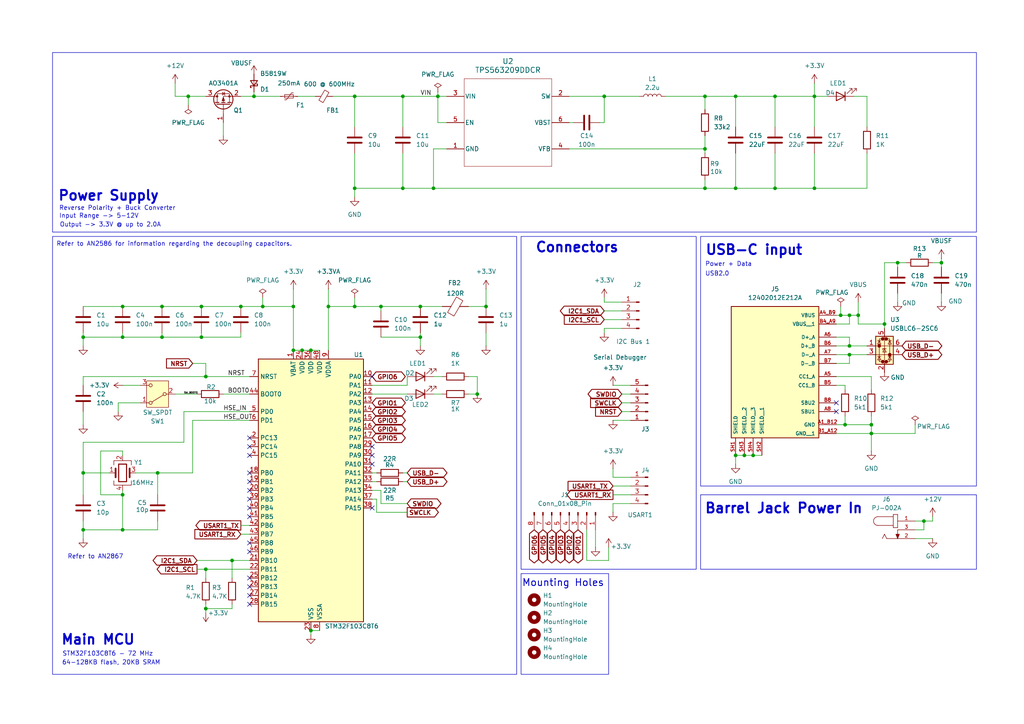
<source format=kicad_sch>
(kicad_sch (version 20250114) (generator "eeschema") (generator_version "9.0")
  (paper "A4")
  (title_block (title "STM32 Dev Board Design") (rev "01") (comment 1 "This is an attempt at a STM32 bluepill-like design to improve my skills in PCB design"))
  (rectangle (start 15.24 68.58) (end 149.86 195.58))
  (rectangle (start 15.24 15.24) (end 283.21 67.31))
  (rectangle (start 151.13 166.37) (end 176.53 195.58))
  (rectangle (start 151.13 68.58) (end 201.93 165.1))
  (rectangle (start 203.2 143.51) (end 283.21 165.1))
  (rectangle (start 203.2 68.58) (end 283.21 140.97))
  (text "64-128KB flash, 20KB SRAM\n" (at 32.258 192.278 0) (effects (font (size 1.27 1.27))))
  (text "STM32F103C8T6 - 72 MHz" (at 31.242 189.738 0) (effects (font (size 1.27 1.27))))
  (text "Output -> 3.3V @ up to 2.0A" (at 32.004 65.278 0) (effects (font (size 1.27 1.27))))
  (text "Connectors" (at 167.386 71.882 0) (effects (font (size 2.8448 2.8448) (thickness 0.569) (bold yes))))
  (text "Barrel Jack Power In\n" (at 227.33 147.574 0) (effects (font (size 2.8448 2.8448) (thickness 0.569) (bold yes))))
  (text "Input Range -> 5-12V" (at 28.702 62.738 0) (effects (font (size 1.27 1.27))))
  (text "Mounting Holes\n" (at 163.322 169.164 0) (effects (font (size 2.032 2.032) (thickness 0.254) (bold yes))))
  (text "Refer to AN2586 for information regarding the decoupling capacitors." (at 50.546 70.866 0) (effects (font (size 1.27 1.27))))
  (text "Power Supply" (at 31.496 56.896 0) (effects (font (size 2.8448 2.8448) (thickness 0.569) (bold yes))))
  (text "USB2.0" (at 208.026 79.502 0) (effects (font (size 1.27 1.27))))
  (text "Main MCU" (at 28.448 185.674 0) (effects (font (size 2.8448 2.8448) (thickness 0.569) (bold yes))))
  (text "USB-C input\n\n" (at 218.694 74.93 0) (effects (font (size 2.8448 2.8448) (thickness 0.569) (bold yes))))
  (text "Refer to AN2867" (at 27.686 161.544 0) (effects (font (size 1.27 1.27))))
  (text "Reverse Polarity + Buck Converter" (at 34.036 60.452 0) (effects (font (size 1.27 1.27))))
  (text "Power + Data" (at 211.328 76.708 0) (effects (font (size 1.27 1.27))))
  (junction (at 85.09 88.9))
  (junction (at 248.92 91.44))
  (junction (at 267.97 151.13))
  (junction (at 215.9 132.08))
  (junction (at 58.42 88.9))
  (junction (at 116.84 27.94))
  (junction (at 59.69 176.53))
  (junction (at 59.69 165.1))
  (junction (at 213.36 54.61))
  (junction (at 67.31 162.56))
  (junction (at 35.56 143.51))
  (junction (at 246.38 91.44))
  (junction (at 204.47 54.61))
  (junction (at 35.56 153.67))
  (junction (at 213.36 132.08))
  (junction (at 69.85 88.9))
  (junction (at 273.05 76.2))
  (junction (at 73.66 27.94))
  (junction (at 24.13 153.67))
  (junction (at 58.42 97.79))
  (junction (at 243.84 91.44))
  (junction (at 76.2 88.9))
  (junction (at 59.69 109.22))
  (junction (at 121.92 97.79))
  (junction (at 213.36 27.94))
  (junction (at 218.44 132.08))
  (junction (at 102.87 88.9))
  (junction (at 102.87 54.61))
  (junction (at 35.56 88.9))
  (junction (at 102.87 27.94))
  (junction (at 125.73 54.61))
  (junction (at 121.92 88.9))
  (junction (at 24.13 137.16))
  (junction (at 204.47 43.18))
  (junction (at 90.17 182.88))
  (junction (at 252.73 125.73))
  (junction (at 260.35 76.2))
  (junction (at 127 27.94))
  (junction (at 90.17 101.6))
  (junction (at 138.43 114.3))
  (junction (at 110.49 88.9))
  (junction (at 246.38 102.87))
  (junction (at 46.99 97.79))
  (junction (at 45.72 137.16))
  (junction (at 85.09 101.6))
  (junction (at 116.84 54.61))
  (junction (at 246.38 100.33))
  (junction (at 54.61 27.94))
  (junction (at 236.22 54.61))
  (junction (at 140.97 88.9))
  (junction (at 224.79 54.61))
  (junction (at 87.63 101.6))
  (junction (at 236.22 27.94))
  (junction (at 175.26 27.94))
  (junction (at 35.56 97.79))
  (junction (at 95.25 88.9))
  (junction (at 252.73 123.19))
  (junction (at 256.54 93.98))
  (junction (at 46.99 88.9))
  (junction (at 224.79 27.94))
  (junction (at 245.11 123.19))
  (junction (at 204.47 27.94))
  (junction (at 24.13 97.79))
  (no_connect (at 72.39 147.32))
  (no_connect (at 107.95 134.62))
  (no_connect (at 242.57 119.38))
  (no_connect (at 107.95 132.08))
  (no_connect (at 72.39 170.18))
  (no_connect (at 72.39 139.7))
  (no_connect (at 72.39 127))
  (no_connect (at 107.95 109.22))
  (no_connect (at 107.95 129.54))
  (no_connect (at 72.39 137.16))
  (no_connect (at 72.39 132.08))
  (no_connect (at 72.39 157.48))
  (no_connect (at 72.39 175.26))
  (no_connect (at 242.57 116.84))
  (no_connect (at 72.39 172.72))
  (no_connect (at 72.39 144.78))
  (no_connect (at 72.39 142.24))
  (no_connect (at 72.39 129.54))
  (no_connect (at 107.95 147.32))
  (no_connect (at 72.39 160.02))
  (no_connect (at 72.39 149.86))
  (no_connect (at 72.39 167.64))
  (wire (pts (xy 102.87 27.94) (xy 116.84 27.94)))
  (wire (pts (xy 180.34 114.3) (xy 182.88 114.3)))
  (wire (pts (xy 46.99 96.52) (xy 46.99 97.79)))
  (wire (pts (xy 215.9 132.08) (xy 218.44 132.08)))
  (wire (pts (xy 135.89 109.22) (xy 138.43 109.22)))
  (wire (pts (xy 125.73 43.18) (xy 129.54 43.18)))
  (wire (pts (xy 242.57 125.73) (xy 252.73 125.73)))
  (wire (pts (xy 58.42 96.52) (xy 58.42 97.79)))
  (wire (pts (xy 73.66 27.94) (xy 81.28 27.94)))
  (wire (pts (xy 242.57 111.76) (xy 245.11 111.76)))
  (wire (pts (xy 86.36 27.94) (xy 91.44 27.94)))
  (wire (pts (xy 35.56 111.76) (xy 40.64 111.76)))
  (wire (pts (xy 127 27.94) (xy 127 35.56)))
  (wire (pts (xy 35.56 153.67) (xy 45.72 153.67)))
  (wire (pts (xy 102.87 57.15) (xy 102.87 54.61)))
  (wire (pts (xy 67.31 162.56) (xy 72.39 162.56)))
  (wire (pts (xy 95.25 83.82) (xy 95.25 88.9)))
  (wire (pts (xy 87.63 101.6) (xy 90.17 101.6)))
  (wire (pts (xy 109.22 137.16) (xy 107.95 137.16)))
  (wire (pts (xy 245.11 120.65) (xy 245.11 123.19)))
  (wire (pts (xy 177.8 140.97) (xy 182.88 140.97)))
  (wire (pts (xy 248.92 93.98) (xy 256.54 93.98)))
  (wire (pts (xy 224.79 27.94) (xy 236.22 27.94)))
  (wire (pts (xy 24.13 109.22) (xy 24.13 111.76)))
  (wire (pts (xy 96.52 27.94) (xy 102.87 27.94)))
  (wire (pts (xy 236.22 27.94) (xy 240.03 27.94)))
  (wire (pts (xy 110.49 146.05) (xy 118.11 146.05)))
  (wire (pts (xy 246.38 102.87) (xy 251.46 102.87)))
  (wire (pts (xy 69.85 152.4) (xy 72.39 152.4)))
  (wire (pts (xy 256.54 93.98) (xy 256.54 95.25)))
  (wire (pts (xy 64.77 35.56) (xy 64.77 39.37)))
  (wire (pts (xy 265.43 151.13) (xy 267.97 151.13)))
  (wire (pts (xy 24.13 119.38) (xy 24.13 123.19)))
  (wire (pts (xy 69.85 27.94) (xy 73.66 27.94)))
  (wire (pts (xy 59.69 109.22) (xy 72.39 109.22)))
  (wire (pts (xy 180.34 87.63) (xy 175.26 87.63)))
  (wire (pts (xy 54.61 27.94) (xy 59.69 27.94)))
  (wire (pts (xy 50.8 24.13) (xy 50.8 27.94)))
  (wire (pts (xy 273.05 76.2) (xy 273.05 77.47)))
  (wire (pts (xy 129.54 35.56) (xy 127 35.56)))
  (wire (pts (xy 55.88 137.16) (xy 55.88 121.92)))
  (wire (pts (xy 204.47 52.07) (xy 204.47 54.61)))
  (wire (pts (xy 24.13 109.22) (xy 59.69 109.22)))
  (wire (pts (xy 57.15 162.56) (xy 67.31 162.56)))
  (wire (pts (xy 273.05 85.09) (xy 273.05 87.63)))
  (wire (pts (xy 243.84 88.9) (xy 243.84 91.44)))
  (wire (pts (xy 35.56 88.9) (xy 46.99 88.9)))
  (wire (pts (xy 236.22 44.45) (xy 236.22 54.61)))
  (wire (pts (xy 193.04 27.94) (xy 204.47 27.94)))
  (wire (pts (xy 58.42 88.9) (xy 69.85 88.9)))
  (wire (pts (xy 165.1 27.94) (xy 175.26 27.94)))
  (wire (pts (xy 135.89 114.3) (xy 138.43 114.3)))
  (wire (pts (xy 242.57 102.87) (xy 246.38 102.87)))
  (wire (pts (xy 204.47 54.61) (xy 213.36 54.61)))
  (wire (pts (xy 69.85 154.94) (xy 72.39 154.94)))
  (wire (pts (xy 140.97 83.82) (xy 140.97 88.9)))
  (wire (pts (xy 246.38 105.41) (xy 246.38 102.87)))
  (wire (pts (xy 59.69 175.26) (xy 59.69 176.53)))
  (wire (pts (xy 121.92 97.79) (xy 110.49 97.79)))
  (wire (pts (xy 121.92 88.9) (xy 128.27 88.9)))
  (wire (pts (xy 248.92 87.63) (xy 248.92 91.44)))
  (wire (pts (xy 34.29 116.84) (xy 40.64 116.84)))
  (wire (pts (xy 46.99 97.79) (xy 58.42 97.79)))
  (wire (pts (xy 245.11 123.19) (xy 252.73 123.19)))
  (wire (pts (xy 172.72 158.75) (xy 172.72 153.67)))
  (wire (pts (xy 102.87 54.61) (xy 116.84 54.61)))
  (wire (pts (xy 125.73 54.61) (xy 204.47 54.61)))
  (wire (pts (xy 213.36 27.94) (xy 213.36 36.83)))
  (wire (pts (xy 90.17 101.6) (xy 92.71 101.6)))
  (wire (pts (xy 125.73 54.61) (xy 125.73 43.18)))
  (wire (pts (xy 76.2 86.36) (xy 76.2 88.9)))
  (wire (pts (xy 24.13 100.33) (xy 24.13 97.79)))
  (wire (pts (xy 265.43 123.19) (xy 265.43 125.73)))
  (wire (pts (xy 121.92 96.52) (xy 121.92 97.79)))
  (wire (pts (xy 242.57 97.79) (xy 246.38 97.79)))
  (wire (pts (xy 67.31 162.56) (xy 67.31 167.64)))
  (wire (pts (xy 267.97 153.67) (xy 267.97 151.13)))
  (wire (pts (xy 177.8 146.05) (xy 177.8 148.59)))
  (wire (pts (xy 218.44 132.08) (xy 220.98 132.08)))
  (wire (pts (xy 54.61 30.48) (xy 54.61 27.94)))
  (wire (pts (xy 118.11 137.16) (xy 116.84 137.16)))
  (wire (pts (xy 213.36 132.08) (xy 215.9 132.08)))
  (wire (pts (xy 24.13 137.16) (xy 24.13 128.27)))
  (wire (pts (xy 35.56 130.81) (xy 29.21 130.81)))
  (wire (pts (xy 121.92 97.79) (xy 121.92 100.33)))
  (wire (pts (xy 165.1 35.56) (xy 166.37 35.56)))
  (wire (pts (xy 116.84 36.83) (xy 116.84 27.94)))
  (wire (pts (xy 177.8 111.76) (xy 182.88 111.76)))
  (wire (pts (xy 180.34 95.25) (xy 175.26 95.25)))
  (wire (pts (xy 204.47 44.45) (xy 204.47 43.18)))
  (wire (pts (xy 175.26 92.71) (xy 180.34 92.71)))
  (wire (pts (xy 242.57 91.44) (xy 243.84 91.44)))
  (wire (pts (xy 252.73 109.22) (xy 252.73 113.03)))
  (wire (pts (xy 35.56 142.24) (xy 35.56 143.51)))
  (wire (pts (xy 35.56 97.79) (xy 46.99 97.79)))
  (wire (pts (xy 35.56 132.08) (xy 35.56 130.81)))
  (wire (pts (xy 73.66 26.67) (xy 73.66 27.94)))
  (wire (pts (xy 76.2 88.9) (xy 85.09 88.9)))
  (wire (pts (xy 110.49 142.24) (xy 107.95 142.24)))
  (wire (pts (xy 109.22 148.59) (xy 118.11 148.59)))
  (wire (pts (xy 224.79 44.45) (xy 224.79 54.61)))
  (wire (pts (xy 251.46 44.45) (xy 251.46 54.61)))
  (wire (pts (xy 110.49 88.9) (xy 121.92 88.9)))
  (wire (pts (xy 243.84 91.44) (xy 246.38 91.44)))
  (wire (pts (xy 90.17 182.88) (xy 90.17 184.15)))
  (wire (pts (xy 39.37 137.16) (xy 45.72 137.16)))
  (wire (pts (xy 53.34 119.38) (xy 72.39 119.38)))
  (wire (pts (xy 50.8 27.94) (xy 54.61 27.94)))
  (wire (pts (xy 46.99 88.9) (xy 58.42 88.9)))
  (wire (pts (xy 173.99 35.56) (xy 175.26 35.56)))
  (wire (pts (xy 265.43 125.73) (xy 252.73 125.73)))
  (wire (pts (xy 102.87 86.36) (xy 102.87 88.9)))
  (wire (pts (xy 204.47 39.37) (xy 204.47 43.18)))
  (wire (pts (xy 50.8 114.3) (xy 57.15 114.3)))
  (wire (pts (xy 118.11 139.7) (xy 116.84 139.7)))
  (wire (pts (xy 236.22 36.83) (xy 236.22 27.94)))
  (wire (pts (xy 165.1 43.18) (xy 204.47 43.18)))
  (wire (pts (xy 242.57 93.98) (xy 246.38 93.98)))
  (wire (pts (xy 246.38 97.79) (xy 246.38 100.33)))
  (wire (pts (xy 177.8 138.43) (xy 177.8 135.89)))
  (wire (pts (xy 242.57 100.33) (xy 246.38 100.33)))
  (wire (pts (xy 265.43 156.21) (xy 270.51 156.21)))
  (wire (pts (xy 256.54 76.2) (xy 260.35 76.2)))
  (wire (pts (xy 85.09 83.82) (xy 85.09 88.9)))
  (wire (pts (xy 67.31 176.53) (xy 59.69 176.53)))
  (wire (pts (xy 29.21 130.81) (xy 29.21 143.51)))
  (wire (pts (xy 182.88 138.43) (xy 177.8 138.43)))
  (wire (pts (xy 140.97 96.52) (xy 140.97 100.33)))
  (wire (pts (xy 118.11 111.76) (xy 118.11 109.22)))
  (wire (pts (xy 242.57 105.41) (xy 246.38 105.41)))
  (wire (pts (xy 35.56 143.51) (xy 35.56 153.67)))
  (wire (pts (xy 57.15 165.1) (xy 59.69 165.1)))
  (wire (pts (xy 273.05 74.93) (xy 273.05 76.2)))
  (wire (pts (xy 95.25 88.9) (xy 102.87 88.9)))
  (wire (pts (xy 24.13 96.52) (xy 24.13 97.79)))
  (wire (pts (xy 236.22 24.13) (xy 236.22 27.94)))
  (wire (pts (xy 58.42 97.79) (xy 69.85 97.79)))
  (wire (pts (xy 252.73 123.19) (xy 252.73 125.73)))
  (wire (pts (xy 59.69 176.53) (xy 59.69 177.8)))
  (wire (pts (xy 102.87 88.9) (xy 110.49 88.9)))
  (wire (pts (xy 180.34 116.84) (xy 182.88 116.84)))
  (wire (pts (xy 67.31 175.26) (xy 67.31 176.53)))
  (wire (pts (xy 267.97 151.13) (xy 270.51 151.13)))
  (wire (pts (xy 175.26 87.63) (xy 175.26 86.36)))
  (wire (pts (xy 252.73 120.65) (xy 252.73 123.19)))
  (wire (pts (xy 182.88 146.05) (xy 177.8 146.05)))
  (wire (pts (xy 177.8 143.51) (xy 182.88 143.51)))
  (wire (pts (xy 177.8 121.92) (xy 182.88 121.92)))
  (wire (pts (xy 224.79 54.61) (xy 213.36 54.61)))
  (wire (pts (xy 246.38 100.33) (xy 251.46 100.33)))
  (wire (pts (xy 247.65 27.94) (xy 251.46 27.94)))
  (wire (pts (xy 265.43 153.67) (xy 267.97 153.67)))
  (wire (pts (xy 251.46 54.61) (xy 236.22 54.61)))
  (wire (pts (xy 102.87 36.83) (xy 102.87 27.94)))
  (wire (pts (xy 24.13 151.13) (xy 24.13 153.67)))
  (wire (pts (xy 69.85 88.9) (xy 76.2 88.9)))
  (wire (pts (xy 110.49 90.17) (xy 110.49 88.9)))
  (wire (pts (xy 24.13 97.79) (xy 35.56 97.79)))
  (wire (pts (xy 246.38 91.44) (xy 248.92 91.44)))
  (wire (pts (xy 175.26 27.94) (xy 185.42 27.94)))
  (wire (pts (xy 260.35 77.47) (xy 260.35 76.2)))
  (wire (pts (xy 24.13 137.16) (xy 31.75 137.16)))
  (wire (pts (xy 245.11 111.76) (xy 245.11 113.03)))
  (wire (pts (xy 256.54 93.98) (xy 256.54 76.2)))
  (wire (pts (xy 24.13 128.27) (xy 53.34 128.27)))
  (wire (pts (xy 107.95 111.76) (xy 118.11 111.76)))
  (wire (pts (xy 34.29 119.38) (xy 34.29 116.84)))
  (wire (pts (xy 116.84 54.61) (xy 125.73 54.61)))
  (wire (pts (xy 95.25 88.9) (xy 95.25 101.6)))
  (wire (pts (xy 170.18 162.56) (xy 176.53 162.56)))
  (wire (pts (xy 242.57 109.22) (xy 252.73 109.22)))
  (wire (pts (xy 64.77 114.3) (xy 72.39 114.3)))
  (wire (pts (xy 251.46 27.94) (xy 251.46 36.83)))
  (wire (pts (xy 69.85 97.79) (xy 69.85 96.52)))
  (wire (pts (xy 213.36 54.61) (xy 213.36 44.45)))
  (wire (pts (xy 204.47 27.94) (xy 204.47 31.75)))
  (wire (pts (xy 55.88 121.92) (xy 72.39 121.92)))
  (wire (pts (xy 260.35 85.09) (xy 260.35 87.63)))
  (wire (pts (xy 176.53 158.75) (xy 176.53 162.56)))
  (wire (pts (xy 59.69 165.1) (xy 59.69 167.64)))
  (wire (pts (xy 109.22 139.7) (xy 107.95 139.7)))
  (wire (pts (xy 248.92 93.98) (xy 248.92 91.44)))
  (wire (pts (xy 170.18 153.67) (xy 170.18 162.56)))
  (wire (pts (xy 180.34 119.38) (xy 182.88 119.38)))
  (wire (pts (xy 85.09 88.9) (xy 85.09 101.6)))
  (wire (pts (xy 45.72 151.13) (xy 45.72 153.67)))
  (wire (pts (xy 127 27.94) (xy 129.54 27.94)))
  (wire (pts (xy 59.69 165.1) (xy 72.39 165.1)))
  (wire (pts (xy 175.26 27.94) (xy 175.26 35.56)))
  (wire (pts (xy 175.26 95.25) (xy 175.26 96.52)))
  (wire (pts (xy 224.79 54.61) (xy 236.22 54.61)))
  (wire (pts (xy 55.88 105.41) (xy 59.69 105.41)))
  (wire (pts (xy 245.11 123.19) (xy 242.57 123.19)))
  (wire (pts (xy 110.49 146.05) (xy 110.49 142.24)))
  (wire (pts (xy 107.95 114.3) (xy 118.11 114.3)))
  (wire (pts (xy 213.36 27.94) (xy 204.47 27.94)))
  (wire (pts (xy 102.87 44.45) (xy 102.87 54.61)))
  (wire (pts (xy 116.84 27.94) (xy 127 27.94)))
  (wire (pts (xy 125.73 109.22) (xy 128.27 109.22)))
  (wire (pts (xy 24.13 153.67) (xy 24.13 156.21)))
  (wire (pts (xy 85.09 101.6) (xy 87.63 101.6)))
  (wire (pts (xy 90.17 182.88) (xy 92.71 182.88)))
  (wire (pts (xy 116.84 44.45) (xy 116.84 54.61)))
  (wire (pts (xy 135.89 88.9) (xy 140.97 88.9)))
  (wire (pts (xy 270.51 76.2) (xy 273.05 76.2)))
  (wire (pts (xy 224.79 27.94) (xy 213.36 27.94)))
  (wire (pts (xy 138.43 109.22) (xy 138.43 114.3)))
  (wire (pts (xy 109.22 144.78) (xy 107.95 144.78)))
  (wire (pts (xy 45.72 137.16) (xy 45.72 143.51)))
  (wire (pts (xy 29.21 143.51) (xy 35.56 143.51)))
  (wire (pts (xy 246.38 93.98) (xy 246.38 91.44)))
  (wire (pts (xy 260.35 76.2) (xy 262.89 76.2)))
  (wire (pts (xy 270.51 151.13) (xy 270.51 149.86)))
  (wire (pts (xy 45.72 137.16) (xy 55.88 137.16)))
  (wire (pts (xy 224.79 27.94) (xy 224.79 36.83)))
  (wire (pts (xy 175.26 90.17) (xy 180.34 90.17)))
  (wire (pts (xy 127 26.67) (xy 127 27.94)))
  (wire (pts (xy 125.73 114.3) (xy 128.27 114.3)))
  (wire (pts (xy 35.56 96.52) (xy 35.56 97.79)))
  (wire (pts (xy 24.13 137.16) (xy 24.13 143.51)))
  (wire (pts (xy 109.22 144.78) (xy 109.22 148.59)))
  (wire (pts (xy 24.13 153.67) (xy 35.56 153.67)))
  (wire (pts (xy 213.36 132.08) (xy 213.36 134.62)))
  (wire (pts (xy 53.34 128.27) (xy 53.34 119.38)))
  (wire (pts (xy 24.13 88.9) (xy 35.56 88.9)))
  (wire (pts (xy 252.73 125.73) (xy 252.73 130.81)))
  (wire (pts (xy 59.69 105.41) (xy 59.69 109.22)))
  (label "VIN" (at 121.92 27.94 0))
  (label "NRST" (at 66.04 109.22 0))
  (label "SW_BOOT0" (at 53.34 114.3 0) (effects (font (size 0.508 0.508))))
  (label "HSE_IN" (at 64.77 119.38 0))
  (label "HSE_OUT" (at 64.77 121.92 0))
  (label "BOOT0" (at 66.04 114.3 0))
  (global_label "GPIO3" (shape bidirectional) (at 107.95 121.92 0) (effects (font (thickness 0.254) (bold yes))) (property "Intersheetrefs" "${INTERSHEET_REFS}" (effects (hide yes))))
  (global_label "GPIO1" (shape bidirectional) (at 167.64 153.67 270) (effects (font (thickness 0.254) (bold yes))) (property "Intersheetrefs" "${INTERSHEET_REFS}" (effects (hide yes))))
  (global_label "I2C1_SCL" (shape input) (at 175.26 92.71 180) (effects (font (thickness 0.254) (bold yes))) (property "Intersheetrefs" "${INTERSHEET_REFS}" (effects (hide yes))))
  (global_label "USB_D-" (shape bidirectional) (at 118.11 137.16 0) (effects (font (thickness 0.254) (bold yes))) (property "Intersheetrefs" "${INTERSHEET_REFS}" (effects (hide yes))))
  (global_label "GPIO2" (shape bidirectional) (at 107.95 119.38 0) (effects (font (thickness 0.254) (bold yes))) (property "Intersheetrefs" "${INTERSHEET_REFS}" (effects (hide yes))))
  (global_label "USB_D+" (shape bidirectional) (at 261.62 102.87 0) (effects (font (thickness 0.254) (bold yes))) (property "Intersheetrefs" "${INTERSHEET_REFS}" (effects (hide yes))))
  (global_label "GPIO4" (shape bidirectional) (at 107.95 124.46 0) (effects (font (thickness 0.254) (bold yes))) (property "Intersheetrefs" "${INTERSHEET_REFS}" (effects (hide yes))))
  (global_label "SWCLK" (shape output) (at 118.11 148.59 0) (effects (font (thickness 0.254) (bold yes))) (property "Intersheetrefs" "${INTERSHEET_REFS}" (effects (hide yes))))
  (global_label "SWCLK" (shape input) (at 180.34 116.84 180) (effects (font (thickness 0.254) (bold yes))) (property "Intersheetrefs" "${INTERSHEET_REFS}" (effects (hide yes))))
  (global_label "GPIO1" (shape bidirectional) (at 107.95 116.84 0) (effects (font (thickness 0.254) (bold yes))) (property "Intersheetrefs" "${INTERSHEET_REFS}" (effects (hide yes))))
  (global_label "USB_D+" (shape bidirectional) (at 118.11 139.7 0) (effects (font (thickness 0.254) (bold yes))) (property "Intersheetrefs" "${INTERSHEET_REFS}" (effects (hide yes))))
  (global_label "USART1_TX" (shape output) (at 69.85 152.4 180) (effects (font (thickness 0.254) (bold yes))) (property "Intersheetrefs" "${INTERSHEET_REFS}" (effects (hide yes))))
  (global_label "I2C1_SCL" (shape output) (at 57.15 165.1 180) (effects (font (thickness 0.254) (bold yes))) (property "Intersheetrefs" "${INTERSHEET_REFS}" (effects (hide yes))))
  (global_label "SWDIO" (shape bidirectional) (at 180.34 114.3 180) (effects (font (thickness 0.254) (bold yes))) (property "Intersheetrefs" "${INTERSHEET_REFS}" (effects (hide yes))))
  (global_label "GPIO2" (shape bidirectional) (at 165.1 153.67 270) (effects (font (thickness 0.254) (bold yes))) (property "Intersheetrefs" "${INTERSHEET_REFS}" (effects (hide yes))))
  (global_label "GPIO5" (shape bidirectional) (at 107.95 127 0) (effects (font (thickness 0.254) (bold yes))) (property "Intersheetrefs" "${INTERSHEET_REFS}" (effects (hide yes))))
  (global_label "GPIO6" (shape bidirectional) (at 107.95 109.22 0) (effects (font (thickness 0.254) (bold yes))) (property "Intersheetrefs" "${INTERSHEET_REFS}" (effects (hide yes))))
  (global_label "NRST" (shape input) (at 55.88 105.41 180) (effects (font (thickness 0.254) (bold yes))) (property "Intersheetrefs" "${INTERSHEET_REFS}" (effects (hide yes))))
  (global_label "GPIO3" (shape bidirectional) (at 162.56 153.67 270) (effects (font (thickness 0.254) (bold yes))) (property "Intersheetrefs" "${INTERSHEET_REFS}" (effects (hide yes))))
  (global_label "GPIO4" (shape bidirectional) (at 160.02 153.67 270) (effects (font (thickness 0.254) (bold yes))) (property "Intersheetrefs" "${INTERSHEET_REFS}" (effects (hide yes))))
  (global_label "NRST" (shape input) (at 180.34 119.38 180) (effects (font (thickness 0.254) (bold yes))) (property "Intersheetrefs" "${INTERSHEET_REFS}" (effects (hide yes))))
  (global_label "I2C1_SDA" (shape bidirectional) (at 57.15 162.56 180) (effects (font (thickness 0.254) (bold yes))) (property "Intersheetrefs" "${INTERSHEET_REFS}" (effects (hide yes))))
  (global_label "USART1_RX" (shape output) (at 177.8 143.51 180) (effects (font (thickness 0.254) (bold yes))) (property "Intersheetrefs" "${INTERSHEET_REFS}" (effects (hide yes))))
  (global_label "GPIO5" (shape bidirectional) (at 157.48 153.67 270) (effects (font (thickness 0.254) (bold yes))) (property "Intersheetrefs" "${INTERSHEET_REFS}" (effects (hide yes))))
  (global_label "USART1_RX" (shape input) (at 69.85 154.94 180) (effects (font (thickness 0.254) (bold yes))) (property "Intersheetrefs" "${INTERSHEET_REFS}" (effects (hide yes))))
  (global_label "USB_D-" (shape bidirectional) (at 261.62 100.33 0) (effects (font (thickness 0.254) (bold yes))) (property "Intersheetrefs" "${INTERSHEET_REFS}" (effects (hide yes))))
  (global_label "GPIO6" (shape bidirectional) (at 154.94 153.67 270) (effects (font (thickness 0.254) (bold yes))) (property "Intersheetrefs" "${INTERSHEET_REFS}" (effects (hide yes))))
  (global_label "USART1_TX" (shape input) (at 177.8 140.97 180) (effects (font (thickness 0.254) (bold yes))) (property "Intersheetrefs" "${INTERSHEET_REFS}" (effects (hide yes))))
  (global_label "SWDIO" (shape bidirectional) (at 118.11 146.05 0) (effects (font (thickness 0.254) (bold yes))) (property "Intersheetrefs" "${INTERSHEET_REFS}" (effects (hide yes))))
  (global_label "I2C1_SDA" (shape bidirectional) (at 175.26 90.17 180) (effects (font (thickness 0.254) (bold yes))) (property "Intersheetrefs" "${INTERSHEET_REFS}" (effects (hide yes))))
  (symbol (lib_id "Device:C") (at 170.18 35.56 270) (unit 1)
    (property "Reference" "C14" (at 170.18 39.37 90))
    (property "Value" "100n" (at 170.18 41.91 90))
    (property "Footprint" "Capacitor_SMD:C_0402_1005Metric" (effects (hide yes)))
    (property "Description" "Unpolarized capacitor" (effects (hide yes)))
    (property "LCSC" "C1525" (effects (hide yes)))
    (property "Manufacturer Part #" "CL05B104KO5NNNC" (effects (hide yes)))
  )
  (symbol (lib_id "power:GND") (at 273.05 87.63 0) (unit 1)
    (property "Reference" "#PWR035" (effects (hide yes)))
    (property "Value" "GND" (at 277.114 87.376 0))
    (property "Description" "Power symbol creates a global label with name \"GND\" , ground" (effects (hide yes)))
  )
  (symbol (lib_id "power:+3.3V") (at 176.53 158.75 0) (unit 1)
    (property "Reference" "#PWR021" (effects (hide yes)))
    (property "Value" "+3.3V" (at 180.086 158.496 0))
    (property "Description" "Power symbol creates a global label with name \"+3.3V\"" (effects (hide yes)))
  )
  (symbol (lib_id "Device:C") (at 121.92 92.71 0) (unit 1)
    (property "Reference" "C12" (at 125.73 91.4399 0) (effects (justify left)))
    (property "Value" "1u" (at 125.73 93.9799 0) (effects (justify left)))
    (property "Footprint" "Capacitor_SMD:C_0402_1005Metric" (effects (hide yes)))
    (property "Description" "Unpolarized capacitor" (effects (hide yes)))
    (property "LCSC" "C52923" (effects (hide yes)))
  )
  (symbol (lib_id "Mechanical:MountingHole") (at 154.94 173.99 0) (unit 1) (in_bom no)
    (property "Reference" "H1" (at 157.48 172.7199 0) (effects (justify left)))
    (property "Value" "MountingHole" (at 157.48 175.2599 0) (effects (justify left)))
    (property "Footprint" "MountingHole:MountingHole_2.2mm_M2" (effects (hide yes)))
    (property "Description" "Mounting Hole without connection" (effects (hide yes)))
  )
  (symbol (lib_id "Device:C") (at 24.13 92.71 0) (unit 1)
    (property "Reference" "C1" (at 27.94 91.4399 0) (effects (justify left)))
    (property "Value" "10u" (at 27.94 93.9799 0) (effects (justify left)))
    (property "Footprint" "Capacitor_SMD:C_0805_2012Metric" (effects (hide yes)))
    (property "Description" "Bulk decoupling capacitor - tantulum (refer AN2586)" (effects (hide yes)))
    (property "LCSC Part #" "C15850" (effects (hide yes)))
  )
  (symbol (lib_id "Device:C") (at 58.42 92.71 0) (unit 1)
    (property "Reference" "C7" (at 62.23 91.4399 0) (effects (justify left)))
    (property "Value" "100n" (at 62.23 93.9799 0) (effects (justify left)))
    (property "Footprint" "Capacitor_SMD:C_0402_1005Metric" (effects (hide yes)))
    (property "Description" "Unpolarized capacitor" (effects (hide yes)))
    (property "LCSC" "C1525" (effects (hide yes)))
    (property "Manufacturer Part #" "CL05B104KO5NNNC" (effects (hide yes)))
  )
  (symbol (lib_id "power:GND") (at 177.8 148.59 0) (unit 1)
    (property "Reference" "#PWR025" (effects (hide yes)))
    (property "Value" "GND" (effects (hide yes)))
    (property "Description" "Power symbol creates a global label with name \"GND\" , ground" (effects (hide yes)))
  )
  (symbol (lib_id "power:+12V") (at 270.51 149.86 0) (unit 1)
    (property "Reference" "#PWR032" (effects (hide yes)))
    (property "Value" "+12V" (at 270.51 144.78 0))
    (property "Description" "Power symbol creates a global label with name \"+12V\"" (effects (hide yes)))
  )
  (symbol (lib_id "Device:R") (at 113.03 137.16 90) (unit 1)
    (property "Reference" "R4" (at 113.03 134.874 90))
    (property "Value" "22R" (at 113.03 133.096 90))
    (property "Footprint" "Resistor_SMD:R_0402_1005Metric" (effects (hide yes)))
    (property "Description" "Resistor" (effects (hide yes)))
    (property "LCSC" "C1091" (effects (hide yes)))
  )
  (symbol (lib_id "power:+12V") (at 50.8 24.13 0) (unit 1)
    (property "Reference" "#PWR06" (effects (hide yes)))
    (property "Value" "+12V" (at 50.8 19.05 0))
    (property "Description" "Power symbol creates a global label with name \"+12V\"" (effects (hide yes)))
  )
  (symbol (lib_id "power:GND") (at 140.97 100.33 0) (unit 1)
    (property "Reference" "#PWR017" (effects (hide yes)))
    (property "Value" "GND" (effects (hide yes)))
    (property "Description" "Power symbol creates a global label with name \"GND\" , ground" (effects (hide yes)))
  )
  (symbol (lib_id "power:GND") (at 64.77 39.37 0) (mirror y) (unit 1)
    (property "Reference" "#PWR08" (effects (hide yes)))
    (property "Value" "GND" (effects (hide yes)))
    (property "Description" "Power symbol creates a global label with name \"GND\" , ground" (effects (hide yes)))
  )
  (symbol (lib_id "power:GND") (at 256.54 107.95 0) (unit 1)
    (property "Reference" "#PWR030" (effects (hide yes)))
    (property "Value" "GND" (at 260.35 109.474 0))
    (property "Description" "Power symbol creates a global label with name \"GND\" , ground" (effects (hide yes)))
  )
  (symbol (lib_id "power:GND") (at 175.26 96.52 0) (unit 1)
    (property "Reference" "#PWR020" (effects (hide yes)))
    (property "Value" "GND" (effects (hide yes)))
    (property "Description" "Power symbol creates a global label with name \"GND\" , ground" (effects (hide yes)))
  )
  (symbol (lib_id "Device:R") (at 132.08 109.22 90) (unit 1)
    (property "Reference" "R6" (at 132.08 102.87 90))
    (property "Value" "1K" (at 132.08 105.41 90))
    (property "Footprint" "Resistor_SMD:R_0402_1005Metric" (effects (hide yes)))
    (property "Description" "Resistor" (effects (hide yes)))
    (property "LCSC" "C11702" (effects (hide yes)))
  )
  (symbol (lib_id "Mechanical:MountingHole") (at 154.94 179.07 0) (unit 1) (in_bom no)
    (property "Reference" "H2" (at 157.48 177.7999 0) (effects (justify left)))
    (property "Value" "MountingHole" (at 157.48 180.3399 0) (effects (justify left)))
    (property "Footprint" "MountingHole:MountingHole_2.2mm_M2" (effects (hide yes)))
    (property "Description" "Mounting Hole without connection" (effects (hide yes)))
  )
  (symbol (lib_id "Connector:Conn_01x04_Pin") (at 187.96 140.97 0) (mirror y) (unit 1)
    (property "Reference" "J4" (at 187.198 136.398 0))
    (property "Value" "USART1" (at 185.674 149.352 0))
    (property "Footprint" "Connector_PinHeader_2.54mm:PinHeader_1x04_P2.54mm_Vertical" (effects (hide yes)))
    (property "Description" "Generic connector, single row, 01x04, script generated" (effects (hide yes)))
    (property "LCSC Part #" "C225256" (effects (hide yes)))
  )
  (symbol (lib_id "Device:C") (at 116.84 40.64 0) (unit 1)
    (property "Reference" "C11" (at 120.65 39.3699 0) (effects (justify left)))
    (property "Value" "10u" (at 120.65 41.9099 0) (effects (justify left)))
    (property "Footprint" "Capacitor_SMD:C_0805_2012Metric" (effects (hide yes)))
    (property "Description" "Bulk decoupling capacitor - tantulum (refer AN2586)" (effects (hide yes)))
    (property "LCSC Part #" "C15850" (effects (hide yes)))
  )
  (symbol (lib_id "power:GND") (at 260.35 87.63 0) (unit 1)
    (property "Reference" "#PWR031" (effects (hide yes)))
    (property "Value" "GND" (at 263.652 87.884 0))
    (property "Description" "Power symbol creates a global label with name \"GND\" , ground" (effects (hide yes)))
  )
  (symbol (lib_id "Device:C") (at 110.49 93.98 0) (unit 1)
    (property "Reference" "C10" (at 114.3 92.7099 0) (effects (justify left)))
    (property "Value" "100n" (at 114.3 95.2499 0) (effects (justify left)))
    (property "Footprint" "Capacitor_SMD:C_0402_1005Metric" (effects (hide yes)))
    (property "Description" "Unpolarized capacitor" (effects (hide yes)))
    (property "LCSC" "C1525" (effects (hide yes)))
    (property "Manufacturer Part #" "CL05B104KO5NNNC" (effects (hide yes)))
  )
  (symbol (lib_id "Device:C") (at 24.13 115.57 0) (unit 1)
    (property "Reference" "C2" (at 27.94 114.2999 0) (effects (justify left)))
    (property "Value" "100n" (at 27.94 116.8399 0) (effects (justify left)))
    (property "Footprint" "Capacitor_SMD:C_0402_1005Metric" (effects (hide yes)))
    (property "Description" "Unpolarized capacitor" (effects (hide yes)))
    (property "LCSC" "C1525" (effects (hide yes)))
    (property "Manufacturer Part #" "CL05B104KO5NNNC" (effects (hide yes)))
  )
  (symbol (lib_id "Device:R") (at 245.11 116.84 0) (unit 1)
    (property "Reference" "R10" (at 247.65 115.5699 0) (effects (justify left)))
    (property "Value" "5k1" (at 247.65 118.1099 0) (effects (justify left)))
    (property "Footprint" "Resistor_SMD:R_0402_1005Metric" (effects (hide yes)))
    (property "Description" "Resistor" (effects (hide yes)))
    (property "LCSC" "C11702" (effects (hide yes)))
  )
  (symbol (lib_id "Device:FerriteBead_Small") (at 93.98 27.94 90) (unit 1)
    (property "Reference" "FB1" (at 96.52 32.004 90))
    (property "Value" "600 @ 600MHz" (at 95.504 24.384 90))
    (property "Footprint" "Inductor_SMD:L_0805_2012Metric" (effects (hide yes)))
    (property "Description" "Ferrite bead, small symbol" (effects (hide yes)))
    (property "LCSC Part #" "C1017" (effects (hide yes)))
  )
  (symbol (lib_id "power:+3.3V") (at 59.69 177.8 180) (unit 1)
    (property "Reference" "#PWR07" (effects (hide yes)))
    (property "Value" "+3.3V" (at 63.246 177.8 0))
    (property "Description" "Power symbol creates a global label with name \"+3.3V\"" (effects (hide yes)))
  )
  (symbol (lib_id "Device:R") (at 59.69 171.45 0) (unit 1)
    (property "Reference" "R1" (at 53.848 170.434 0) (effects (justify left)))
    (property "Value" "4.7K" (at 53.848 172.974 0) (effects (justify left)))
    (property "Footprint" "Resistor_SMD:R_0402_1005Metric" (effects (hide yes)))
    (property "Description" "Resistor" (effects (hide yes)))
    (property "LCSC" "C25900" (effects (hide yes)))
  )
  (symbol (lib_id "power:+3.3V") (at 140.97 83.82 0) (unit 1)
    (property "Reference" "#PWR016" (effects (hide yes)))
    (property "Value" "+3.3V" (at 140.97 78.74 0))
    (property "Description" "Power symbol creates a global label with name \"+3.3V\"" (effects (hide yes)))
  )
  (symbol (lib_id "Device:C") (at 213.36 40.64 0) (unit 1)
    (property "Reference" "C15" (at 217.17 39.3699 0) (effects (justify left)))
    (property "Value" "22uF" (at 217.17 41.9099 0) (effects (justify left)))
    (property "Footprint" "Capacitor_SMD:C_0603_1608Metric" (effects (hide yes)))
    (property "Description" "Unpolarized capacitor" (effects (hide yes)))
  )
  (symbol (lib_id "power:VBUS") (at 73.66 21.59 0) (unit 1)
    (property "Reference" "#PWR09" (effects (hide yes)))
    (property "Value" "VBUSF" (at 70.104 18.288 0))
    (property "Description" "Power symbol creates a global label with name \"VBUS\"" (effects (hide yes)))
  )
  (symbol (lib_id "Device:C") (at 46.99 92.71 0) (unit 1)
    (property "Reference" "C6" (at 50.8 91.4399 0) (effects (justify left)))
    (property "Value" "100n" (at 50.8 93.9799 0) (effects (justify left)))
    (property "Footprint" "Capacitor_SMD:C_0402_1005Metric" (effects (hide yes)))
    (property "Description" "Unpolarized capacitor" (effects (hide yes)))
    (property "LCSC" "C1525" (effects (hide yes)))
    (property "Manufacturer Part #" "CL05B104KO5NNNC" (effects (hide yes)))
  )
  (symbol (lib_id "Switch:SW_SPDT") (at 45.72 114.3 180) (unit 1)
    (property "Reference" "SW1" (at 45.72 122.174 0))
    (property "Value" "SW_SPDT" (at 45.72 119.634 0))
    (property "Footprint" "Button_Switch_SMD:SW_SPDT_PCM12" (effects (hide yes)))
    (property "Description" "Switch, single pole double throw" (effects (hide yes)))
    (property "LCSC Part #" "C109335" (effects (hide yes)))
  )
  (symbol (lib_id "2025-11-10_21-34-21:TPS563209DDCR") (at 147.32 35.56 0) (unit 1)
    (property "Reference" "U2" (at 147.32 17.78 0) (effects (font (size 1.524 1.524))))
    (property "Value" "TPS563209DDCR" (at 147.32 20.32 0) (effects (font (size 1.524 1.524))))
    (property "Footprint" "Footprints:DDC0006A" (effects (hide yes)))
    (property "Datasheet" "https://www.ti.com/lit/gpn/tps563209" (effects (hide yes)))
    (property "Manufacturer" "Texas Instruments" (effects (hide yes)))
    (property "Manufacturer Part #" "TPS563209DDCR" (effects (hide yes)))
    (property "Distributor Link 1" "https://www.digikey.com.au/en/products/detail/texas-instruments/TPS563209DDCR/5019042?s=N4IgTCBcDaICoAUDKBWAbAZjABgJwBF8BhAJRAF0BfIA" (effects (hide yes)))
    (property "Distributor Link 2" "https://au.mouser.com/ProductDetail/Texas-Instruments/TPS563209DDCR?qs=bT6MOr62zwIer%2FLlyIAhvQ%3D%3D" (effects (hide yes)))
    (property "LCSC" "C181974" (effects (hide yes)))
  )
  (symbol (lib_id "Device:C") (at 224.79 40.64 0) (unit 1)
    (property "Reference" "C16" (at 228.6 39.3699 0) (effects (justify left)))
    (property "Value" "22uF" (at 228.6 41.9099 0) (effects (justify left)))
    (property "Footprint" "Capacitor_SMD:C_0603_1608Metric" (effects (hide yes)))
    (property "Description" "Unpolarized capacitor" (effects (hide yes)))
    (property "LCSC" "C59461" (effects (hide yes)))
  )
  (symbol (lib_id "power:+3.3V") (at 35.56 111.76 90) (unit 1)
    (property "Reference" "#PWR05" (effects (hide yes)))
    (property "Value" "+3.3V" (at 31.75 111.7599 90) (effects (justify left)))
    (property "Description" "Power symbol creates a global label with name \"+3.3V\"" (effects (hide yes)))
  )
  (symbol (lib_id "Connector:Conn_01x05_Pin") (at 187.96 116.84 180) (unit 1)
    (property "Reference" "J3" (at 187.198 124.46 0))
    (property "Value" "Serial Debugger" (at 179.832 103.632 0))
    (property "Footprint" "Connector_PinHeader_2.54mm:PinHeader_1x05_P2.54mm_Vertical" (effects (hide yes)))
    (property "Description" "Generic connector, single row, 01x05, script generated" (effects (hide yes)))
  )
  (symbol (lib_id "Mechanical:MountingHole") (at 154.94 184.15 0) (unit 1) (in_bom no)
    (property "Reference" "H3" (at 157.48 182.8799 0) (effects (justify left)))
    (property "Value" "MountingHole" (at 157.48 185.4199 0) (effects (justify left)))
    (property "Footprint" "MountingHole:MountingHole_2.2mm_M2" (effects (hide yes)))
    (property "Description" "Mounting Hole without connection" (effects (hide yes)))
  )
  (symbol (lib_id "power:PWR_FLAG") (at 243.84 88.9 0) (unit 1)
    (property "Reference" "#FLG05" (effects (hide yes)))
    (property "Value" "PWR_FLAG" (at 241.3 84.836 0))
    (property "Description" "Special symbol for telling ERC where power comes from" (effects (hide yes)))
  )
  (symbol (lib_id "power:+3.3V") (at 175.26 86.36 0) (unit 1)
    (property "Reference" "#PWR019" (effects (hide yes)))
    (property "Value" "+3.3V" (at 175.26 81.28 0))
    (property "Description" "Power symbol creates a global label with name \"+3.3V\"" (effects (hide yes)))
  )
  (symbol (lib_id "power:+3.3V") (at 177.8 135.89 0) (unit 1)
    (property "Reference" "#PWR024" (effects (hide yes)))
    (property "Value" "+3.3V" (at 177.8 130.81 0))
    (property "Description" "Power symbol creates a global label with name \"+3.3V\"" (effects (hide yes)))
  )
  (symbol (lib_id "power:GND") (at 90.17 184.15 0) (unit 1)
    (property "Reference" "#PWR011" (effects (hide yes)))
    (property "Value" "GND" (effects (hide yes)))
    (property "Description" "Power symbol creates a global label with name \"GND\" , ground" (effects (hide yes)))
  )
  (symbol (lib_id "power:GND") (at 270.51 156.21 0) (unit 1)
    (property "Reference" "#PWR033" (effects (hide yes)))
    (property "Value" "GND" (at 270.51 161.29 0))
    (property "Description" "Power symbol creates a global label with name \"GND\" , ground" (effects (hide yes)))
  )
  (symbol (lib_id "power:GND") (at 138.43 114.3 0) (unit 1)
    (property "Reference" "#PWR015" (effects (hide yes)))
    (property "Value" "GND" (effects (hide yes)))
    (property "Description" "Power symbol creates a global label with name \"GND\" , ground" (effects (hide yes)))
  )
  (symbol (lib_id "power:GND") (at 121.92 100.33 0) (unit 1)
    (property "Reference" "#PWR014" (effects (hide yes)))
    (property "Value" "GND" (effects (hide yes)))
    (property "Description" "Power symbol creates a global label with name \"GND\" , ground" (effects (hide yes)))
  )
  (symbol (lib_id "power:GND") (at 24.13 123.19 0) (unit 1)
    (property "Reference" "#PWR02" (effects (hide yes)))
    (property "Value" "GND" (effects (hide yes)))
    (property "Description" "Power symbol creates a global label with name \"GND\" , ground" (effects (hide yes)))
  )
  (symbol (lib_id "power:GND") (at 24.13 156.21 0) (unit 1)
    (property "Reference" "#PWR03" (effects (hide yes)))
    (property "Value" "GND" (effects (hide yes)))
    (property "Description" "Power symbol creates a global label with name \"GND\" , ground" (effects (hide yes)))
  )
  (symbol (lib_id "Connector:Conn_01x08_Pin") (at 165.1 148.59 270) (unit 1)
    (property "Reference" "J1" (at 163.83 143.51 90))
    (property "Value" "Conn_01x08_Pin" (at 163.83 146.05 90))
    (property "Footprint" "Connector_PinHeader_1.00mm:PinHeader_1x08_P1.00mm_Vertical" (effects (hide yes)))
    (property "Description" "Generic connector, single row, 01x08, script generated" (effects (hide yes)))
  )
  (symbol (lib_id "Device:C") (at 140.97 92.71 0) (unit 1)
    (property "Reference" "C13" (at 144.78 91.4399 0) (effects (justify left)))
    (property "Value" "1u" (at 144.78 93.9799 0) (effects (justify left)))
    (property "Footprint" "Capacitor_SMD:C_0402_1005Metric" (effects (hide yes)))
    (property "Description" "Unpolarized capacitor" (effects (hide yes)))
    (property "LCSC" "C52923" (effects (hide yes)))
  )
  (symbol (lib_id "Mechanical:MountingHole") (at 154.94 189.23 0) (unit 1) (in_bom no)
    (property "Reference" "H4" (at 157.48 187.9599 0) (effects (justify left)))
    (property "Value" "MountingHole" (at 157.48 190.4999 0) (effects (justify left)))
    (property "Footprint" "MountingHole:MountingHole_2.2mm_M2" (effects (hide yes)))
    (property "Description" "Mounting Hole without connection" (effects (hide yes)))
  )
  (symbol (lib_id "Device:C") (at 236.22 40.64 0) (unit 1)
    (property "Reference" "C17" (at 240.03 39.3699 0) (effects (justify left)))
    (property "Value" "22uF" (at 240.03 41.9099 0) (effects (justify left)))
    (property "Footprint" "Capacitor_SMD:C_0603_1608Metric" (effects (hide yes)))
    (property "Description" "Unpolarized capacitor" (effects (hide yes)))
    (property "LCSC" "C59461" (effects (hide yes)))
  )
  (symbol (lib_id "power:PWR_FLAG") (at 265.43 123.19 0) (unit 1)
    (property "Reference" "#FLG06" (effects (hide yes)))
    (property "Value" "PWR_FLAG" (at 270.764 123.698 0))
    (property "Description" "Special symbol for telling ERC where power comes from" (effects (hide yes)))
  )
  (symbol (lib_id "power:GND") (at 102.87 57.15 0) (unit 1)
    (property "Reference" "#PWR013" (effects (hide yes)))
    (property "Value" "GND" (at 102.87 62.23 0))
    (property "Description" "Power symbol creates a global label with name \"GND\" , ground" (effects (hide yes)))
  )
  (symbol (lib_id "power:PWR_FLAG") (at 76.2 86.36 0) (unit 1)
    (property "Reference" "#FLG02" (effects (hide yes)))
    (property "Value" "PWR_FLAG" (at 76.2 81.28 0))
    (property "Description" "Special symbol for telling ERC where power comes from" (effects (hide yes)))
  )
  (symbol (lib_id "Device:FerriteBead") (at 132.08 88.9 90) (unit 1)
    (property "Reference" "FB2" (at 131.826 82.042 90))
    (property "Value" "120R" (at 132.08 85.09 90))
    (property "Footprint" "Inductor_SMD:L_0603_1608Metric" (effects (hide yes)))
    (property "Description" "Ferrite bead" (effects (hide yes)))
    (property "LCSC Part #" "C14709" (effects (hide yes)))
  )
  (symbol (lib_id "Device:R") (at 113.03 139.7 90) (unit 1)
    (property "Reference" "R5" (at 113.0572 144.526 90))
    (property "Value" "22R" (at 113.0572 142.24 90))
    (property "Footprint" "Resistor_SMD:R_0402_1005Metric" (effects (hide yes)))
    (property "Description" "Resistor" (effects (hide yes)))
    (property "LCSC" "C1091" (effects (hide yes)))
  )
  (symbol (lib_id "Device:C") (at 35.56 92.71 0) (unit 1)
    (property "Reference" "C4" (at 39.37 91.4399 0) (effects (justify left)))
    (property "Value" "100n" (at 39.37 93.9799 0) (effects (justify left)))
    (property "Footprint" "Capacitor_SMD:C_0402_1005Metric" (effects (hide yes)))
    (property "Description" "Unpolarized capacitor" (effects (hide yes)))
    (property "LCSC" "C1525" (effects (hide yes)))
    (property "Manufacturer Part #" "CL05B104KO5NNNC" (effects (hide yes)))
  )
  (symbol (lib_id "Device:LED") (at 121.92 114.3 180) (unit 1)
    (property "Reference" "D3" (at 118.618 115.57 0))
    (property "Value" "LED2" (at 121.92 117.348 0))
    (property "Footprint" "LED_SMD:LED_0603_1608Metric" (effects (hide yes)))
    (property "Description" "Light emitting diode" (effects (hide yes)))
    (property "Sim.Pins" "1=K 2=A" (effects (hide yes)))
    (property "LCSC" "C2290" (effects (hide yes)))
  )
  (symbol (lib_id "Device:R") (at 60.96 114.3 90) (unit 1)
    (property "Reference" "R2" (at 61.214 112.268 90))
    (property "Value" "10k" (at 60.96 116.332 90))
    (property "Footprint" "Resistor_SMD:R_0402_1005Metric" (effects (hide yes)))
    (property "Description" "Resistor" (effects (hide yes)))
    (property "LCSC Part #" "C25744" (effects (hide yes)))
  )
  (symbol (lib_id "power:GND") (at 172.72 158.75 0) (unit 1)
    (property "Reference" "#PWR018" (effects (hide yes)))
    (property "Value" "GND" (effects (hide yes)))
    (property "Description" "Power symbol creates a global label with name \"GND\" , ground" (effects (hide yes)))
  )
  (symbol (lib_id "power:PWR_FLAG") (at 127 26.67 0) (unit 1)
    (property "Reference" "#FLG04" (effects (hide yes)))
    (property "Value" "PWR_FLAG" (at 127 21.59 0))
    (property "Description" "Special symbol for telling ERC where power comes from" (effects (hide yes)))
  )
  (symbol (lib_id "Device:R") (at 251.46 40.64 180) (unit 1)
    (property "Reference" "R11" (at 254 39.3699 0) (effects (justify right)))
    (property "Value" "1K" (at 254 41.9099 0) (effects (justify right)))
    (property "Footprint" "Resistor_SMD:R_0402_1005Metric" (effects (hide yes)))
    (property "Description" "Resistor" (effects (hide yes)))
    (property "LCSC" "C11702" (effects (hide yes)))
  )
  (symbol (lib_id "power:VBUS") (at 248.92 87.63 0) (unit 1)
    (property "Reference" "#PWR028" (effects (hide yes)))
    (property "Value" "VBUS" (at 248.92 82.55 0))
    (property "Description" "Power symbol creates a global label with name \"VBUS\"" (effects (hide yes)))
  )
  (symbol (lib_id "Device:LED") (at 243.84 27.94 180) (unit 1)
    (property "Reference" "D4" (at 240.792 26.924 0))
    (property "Value" "LED1" (at 243.078 24.13 0))
    (property "Footprint" "LED_SMD:LED_0603_1608Metric" (effects (hide yes)))
    (property "Description" "Light emitting diode" (effects (hide yes)))
    (property "Sim.Pins" "1=K 2=A" (effects (hide yes)))
    (property "LCSC" "C2286" (effects (hide yes)))
  )
  (symbol (lib_id "power:PWR_FLAG") (at 54.61 30.48 180) (unit 1)
    (property "Reference" "#FLG01" (effects (hide yes)))
    (property "Value" "PWR_FLAG" (at 54.61 35.56 0))
    (property "Description" "Special symbol for telling ERC where power comes from" (effects (hide yes)))
  )
  (symbol (lib_id "Device:D_Schottky_Small") (at 73.66 24.13 90) (unit 1)
    (property "Reference" "D1" (at 75.438 25.908 90) (effects (justify right)))
    (property "Value" "B5819W" (at 75.438 21.336 90) (effects (justify right)))
    (property "Footprint" "Diode_SMD:D_SOD-123" (effects (hide yes)))
    (property "Description" "Schottky diode, small symbol" (effects (hide yes)))
    (property "LCSC Part #" "C8598" (effects (hide yes)))
  )
  (symbol (lib_id "Device:C") (at 45.72 147.32 0) (unit 1)
    (property "Reference" "C5" (at 39.878 145.796 0) (effects (justify left)))
    (property "Value" "10p" (at 39.37 147.828 0) (effects (justify left)))
    (property "Footprint" "Capacitor_SMD:C_0402_1005Metric" (effects (hide yes)))
    (property "Description" "Unpolarized capacitor" (effects (hide yes)))
    (property "LCSC" "C32949" (effects (hide yes)))
  )
  (symbol (lib_id "Device:C") (at 102.87 40.64 0) (unit 1)
    (property "Reference" "C9" (at 106.68 39.3699 0) (effects (justify left)))
    (property "Value" "10u" (at 106.68 41.9099 0) (effects (justify left)))
    (property "Footprint" "Capacitor_SMD:C_0805_2012Metric" (effects (hide yes)))
    (property "Description" "Bulk decoupling capacitor - tantulum (refer AN2586)" (effects (hide yes)))
    (property "LCSC Part #" "C15850" (effects (hide yes)))
  )
  (symbol (lib_id "Device:R") (at 266.7 76.2 90) (unit 1)
    (property "Reference" "R13" (at 266.7 72.136 90))
    (property "Value" "R" (at 266.7 74.168 90))
    (property "Footprint" "Resistor_SMD:R_0402_1005Metric" (effects (hide yes)))
    (property "Description" "Resistor" (effects (hide yes)))
  )
  (symbol (lib_id "power:+3.3V") (at 236.22 24.13 0) (unit 1)
    (property "Reference" "#PWR027" (effects (hide yes)))
    (property "Value" "+3.3V" (at 236.22 19.05 0))
    (property "Description" "Power symbol creates a global label with name \"+3.3V\"" (effects (hide yes)))
  )
  (symbol (lib_id "Device:R") (at 252.73 116.84 0) (unit 1)
    (property "Reference" "R12" (at 255.27 115.5699 0) (effects (justify left)))
    (property "Value" "5k1" (at 255.27 118.1099 0) (effects (justify left)))
    (property "Footprint" "Resistor_SMD:R_0402_1005Metric" (effects (hide yes)))
    (property "Description" "Resistor" (effects (hide yes)))
    (property "LCSC" "C11702" (effects (hide yes)))
  )
  (symbol (lib_id "power:GND") (at 177.8 121.92 0) (unit 1)
    (property "Reference" "#PWR023" (effects (hide yes)))
    (property "Value" "GND" (effects (hide yes)))
    (property "Description" "Power symbol creates a global label with name \"GND\" , ground" (effects (hide yes)))
  )
  (symbol (lib_id "Device:C") (at 273.05 81.28 0) (unit 1)
    (property "Reference" "C19" (at 276.86 80.0099 0) (effects (justify left)))
    (property "Value" "470n" (at 276.86 82.5499 0) (effects (justify left)))
    (property "Footprint" "Capacitor_SMD:C_0402_1005Metric" (effects (hide yes)))
    (property "Description" "Unpolarized capacitor" (effects (hide yes)))
  )
  (symbol (lib_id "power:VBUS") (at 273.05 74.93 0) (unit 1)
    (property "Reference" "#PWR034" (effects (hide yes)))
    (property "Value" "VBUSF" (at 273.05 69.85 0))
    (property "Description" "Power symbol creates a global label with name \"VBUS\"" (effects (hide yes)))
  )
  (symbol (lib_id "power:GND") (at 213.36 134.62 0) (unit 1)
    (property "Reference" "#PWR026" (effects (hide yes)))
    (property "Value" "GND" (at 213.36 139.7 0))
    (property "Description" "Power symbol creates a global label with name \"GND\" , ground" (effects (hide yes)))
  )
  (symbol (lib_id "MCU_ST_STM32F1:STM32F103C8Tx") (at 90.17 142.24 0) (unit 1)
    (property "Reference" "U1" (at 102.616 102.87 0) (effects (justify left)))
    (property "Value" "STM32F103C8T6" (at 94.234 181.61 0) (effects (justify left)))
    (property "Footprint" "Package_QFP:LQFP-48_7x7mm_P0.5mm" (effects (hide yes)))
    (property "Datasheet" "https://www.st.com/resource/en/datasheet/stm32f103c8.pdf" (effects (hide yes)))
    (property "Description" "STMicroelectronics Arm Cortex-M3 MCU, 64KB flash, 20KB RAM, 72 MHz, 2.0-3.6V, 37 GPIO, LQFP48" (effects (hide yes)))
    (property "LCSC Part #" "C8734" (effects (hide yes)))
    (property "Manufacturer Part #" "STM32F103C8T6" (effects (hide yes)))
    (property "Distributor Link 1" "https://www.digikey.com.au/en/products/detail/stmicroelectronics/STM32F103C8T6/1646338" (effects (hide yes)))
    (property "Distributor Link 2" "https://au.mouser.com/ProductDetail/STMicroelectronics/STM32F103C8T6?qs=sGAEpiMZZMutXGli8Ay4kMZHA6Eu%2FF9s2IZGeLDNIsc%3D" (effects (hide yes)))
  )
  (symbol (lib_id "Device:C") (at 24.13 147.32 0) (unit 1)
    (property "Reference" "C3" (at 27.94 146.0499 0) (effects (justify left)))
    (property "Value" "10p" (at 27.94 148.5899 0) (effects (justify left)))
    (property "Footprint" "Capacitor_SMD:C_0402_1005Metric" (effects (hide yes)))
    (property "Description" "Unpolarized capacitor" (effects (hide yes)))
    (property "LCSC" "C32949" (effects (hide yes)))
  )
  (symbol (lib_id "power:+3.3V") (at 177.8 111.76 0) (unit 1)
    (property "Reference" "#PWR022" (effects (hide yes)))
    (property "Value" "+3.3V" (at 177.8 106.68 0))
    (property "Description" "Power symbol creates a global label with name \"+3.3V\"" (effects (hide yes)))
  )
  (symbol (lib_id "Device:R") (at 132.08 114.3 90) (unit 1)
    (property "Reference" "R7" (at 132.08 116.84 90))
    (property "Value" "1K" (at 132.08 118.618 90))
    (property "Footprint" "Resistor_SMD:R_0402_1005Metric" (effects (hide yes)))
    (property "Description" "Resistor" (effects (hide yes)))
    (property "LCSC" "C11702" (effects (hide yes)))
  )
  (symbol (lib_id "power:GND") (at 252.73 130.81 0) (unit 1)
    (property "Reference" "#PWR029" (effects (hide yes)))
    (property "Value" "GND" (at 252.73 135.89 0))
    (property "Description" "Power symbol creates a global label with name \"GND\" , ground" (effects (hide yes)))
  )
  (symbol (lib_id "PJ-002A:PJ-002A") (at 260.35 153.67 0) (unit 1)
    (property "Reference" "J6" (at 257.1143 144.78 0))
    (property "Value" "PJ-002A" (at 257.1143 147.32 0))
    (property "Footprint" "Footprints:CUI_PJ-002A" (effects (hide yes)))
    (property "MANUFACTURER" "CUI INC" (effects (hide yes)))
    (property "STANDARD" "Manufacturer recommendations" (effects (hide yes)))
    (property "LCSC" "C3096082" (effects (hide yes)))
  )
  (symbol (lib_id "Device:C") (at 260.35 81.28 0) (unit 1)
    (property "Reference" "C18" (at 264.16 80.0099 0) (effects (justify left)))
    (property "Value" "470n" (at 264.16 82.5499 0) (effects (justify left)))
    (property "Footprint" "Capacitor_SMD:C_0402_1005Metric" (effects (hide yes)))
    (property "Description" "Unpolarized capacitor" (effects (hide yes)))
  )
  (symbol (lib_id "Device:Crystal_GND24") (at 35.56 137.16 0) (unit 1)
    (property "Reference" "Y1" (at 40.132 134.112 0))
    (property "Value" "16MHz" (at 41.402 139.954 0))
    (property "Footprint" "Crystal:Crystal_SMD_3225-4Pin_3.2x2.5mm" (effects (hide yes)))
    (property "Description" "Four pin crystal, GND on pins 2 and 4" (effects (hide yes)))
    (property "LCSC" "C112972" (effects (hide yes)))
  )
  (symbol (lib_id "Device:LED") (at 121.92 109.22 180) (unit 1)
    (property "Reference" "D2" (at 118.872 108.204 0))
    (property "Value" "LED1" (at 121.158 105.41 0))
    (property "Footprint" "LED_SMD:LED_0603_1608Metric" (effects (hide yes)))
    (property "Description" "Light emitting diode" (effects (hide yes)))
    (property "Sim.Pins" "1=K 2=A" (effects (hide yes)))
    (property "LCSC" "C2290" (effects (hide yes)))
  )
  (symbol (lib_id "power:GND") (at 24.13 100.33 0) (unit 1)
    (property "Reference" "#PWR01" (effects (hide yes)))
    (property "Value" "GND" (effects (hide yes)))
    (property "Description" "Power symbol creates a global label with name \"GND\" , ground" (effects (hide yes)))
  )
  (symbol (lib_id "Device:L") (at 189.23 27.94 90) (unit 1)
    (property "Reference" "L1" (at 189.23 22.86 90))
    (property "Value" "2.2u" (at 189.23 25.4 90))
    (property "Footprint" "Footprints:IND_VLS6045EX-2R2N" (effects (hide yes)))
    (property "Description" "Inductor" (effects (hide yes)))
    (property "LCSC" "C1332316" (effects (hide yes)))
  )
  (symbol (lib_id "power:+3.3VA") (at 95.25 83.82 0) (unit 1)
    (property "Reference" "#PWR012" (effects (hide yes)))
    (property "Value" "+3.3VA" (at 95.25 78.74 0))
    (property "Description" "Power symbol creates a global label with name \"+3.3VA\"" (effects (hide yes)))
  )
  (symbol (lib_id "power:GND") (at 34.29 119.38 0) (unit 1)
    (property "Reference" "#PWR04" (effects (hide yes)))
    (property "Value" "GND" (effects (hide yes)))
    (property "Description" "Power symbol creates a global label with name \"GND\" , ground" (effects (hide yes)))
  )
  (symbol (lib_id "power:+3.3V") (at 85.09 83.82 0) (unit 1)
    (property "Reference" "#PWR010" (effects (hide yes)))
    (property "Value" "+3.3V" (at 85.09 78.74 0))
    (property "Description" "Power symbol creates a global label with name \"+3.3V\"" (effects (hide yes)))
  )
  (symbol (lib_id "Device:Polyfuse_Small") (at 83.82 27.94 90) (unit 1)
    (property "Reference" "F1" (at 87.122 30.48 90))
    (property "Value" "250mA" (at 83.82 24.13 90))
    (property "Footprint" "Fuse:Fuse_1206_3216Metric" (effects (hide yes)))
    (property "Description" "Resettable fuse, polymeric positive temperature coefficient, small symbol" (effects (hide yes)))
    (property "LCSC Part #" "C70068" (effects (hide yes)))
  )
  (symbol (lib_id "Device:C") (at 69.85 92.71 0) (unit 1)
    (property "Reference" "C8" (at 73.66 91.4399 0) (effects (justify left)))
    (property "Value" "100n" (at 73.66 93.9799 0) (effects (justify left)))
    (property "Footprint" "Capacitor_SMD:C_0402_1005Metric" (effects (hide yes)))
    (property "Description" "Unpolarized capacitor" (effects (hide yes)))
    (property "LCSC" "C1525" (effects (hide yes)))
    (property "Manufacturer Part #" "CL05B104KO5NNNC" (effects (hide yes)))
  )
  (symbol (lib_id "Device:R") (at 204.47 35.56 0) (unit 1)
    (property "Reference" "R8" (at 207.01 34.2899 0) (effects (justify left)))
    (property "Value" "33k2" (at 207.01 36.8299 0) (effects (justify left)))
    (property "Footprint" "Resistor_SMD:R_0402_1005Metric" (effects (hide yes)))
    (property "Description" "Resistor" (effects (hide yes)))
  )
  (symbol (lib_id "Device:R") (at 67.31 171.45 0) (unit 1)
    (property "Reference" "R3" (at 61.468 170.434 0) (effects (justify left)))
    (property "Value" "4.7K" (at 61.468 172.974 0) (effects (justify left)))
    (property "Footprint" "Resistor_SMD:R_0402_1005Metric" (effects (hide yes)))
    (property "Description" "Resistor" (effects (hide yes)))
    (property "LCSC" "C25900" (effects (hide yes)))
  )
  (symbol (lib_id "Power_Protection:USBLC6-2SC6") (at 256.54 100.33 0) (unit 1)
    (property "Reference" "U3" (at 258.1911 92.71 0) (effects (justify left)))
    (property "Value" "USBLC6-2SC6" (at 258.1911 95.25 0) (effects (justify left)))
    (property "Footprint" "Package_TO_SOT_SMD:SOT-23-6" (effects (hide yes)))
    (property "Datasheet" "https://www.st.com/resource/en/datasheet/usblc6-2.pdf" (effects (hide yes)))
    (property "Description" "Very low capacitance ESD protection diode, 2 data-line, SOT-23-6" (effects (hide yes)))
    (property "Manufacturer" "STMicroelectronics" (effects (hide yes)))
    (property "Manufacturer Part #" "USBLC6-2SC6" (effects (hide yes)))
    (property "Distributor 1" "https://au.mouser.com/ProductDetail/STMicroelectronics/USBLC6-2SC6?qs=po45yt2pPpu%2FhNIlwQdTlg%3D%3D" (effects (hide yes)))
    (property "Distributor 2" "https://www.digikey.com.au/en/products/detail/stmicroelectronics/USBLC6-2SC6/1040559" (effects (hide yes)))
    (property "LCSC" "C7519" (effects (hide yes)))
  )
  (symbol (lib_name "12402012E212A_1") (lib_id "12402012E212A:12402012E212A") (at 224.79 101.6 0) (unit 1)
    (property "Reference" "J5" (at 224.79 83.82 0))
    (property "Value" "12402012E212A" (at 224.79 86.36 0))
    (property "Footprint" "Footprints:AMPHENOL_12402012E212A" (effects (hide yes)))
    (property "PARTREV" "4" (effects (hide yes)))
    (property "STANDARD" "Manufacturer Recommendations" (effects (hide yes)))
    (property "MAXIMUM_PACKAGE_HEIGHT" "3.26 mm" (effects (hide yes)))
    (property "MANUFACTURER" "Amphenol" (effects (hide yes)))
    (property "LCSC" "C5150972" (effects (hide yes)))
  )
  (symbol (lib_id "Device:R") (at 204.47 48.26 0) (unit 1)
    (property "Reference" "R9" (at 207.264 47.498 0))
    (property "Value" "10k" (at 207.772 49.784 0))
    (property "Footprint" "Resistor_SMD:R_0402_1005Metric" (effects (hide yes)))
    (property "Description" "Resistor" (effects (hide yes)))
    (property "LCSC Part #" "C25744" (effects (hide yes)))
  )
  (symbol (lib_id "Connector:Conn_01x04_Pin") (at 185.42 90.17 0) (mirror y) (unit 1)
    (property "Reference" "J2" (at 184.785 82.55 0))
    (property "Value" "I2C Bus 1" (at 183.642 99.06 0))
    (property "Footprint" "Connector_PinHeader_2.54mm:PinHeader_1x04_P2.54mm_Vertical" (effects (hide yes)))
    (property "Description" "Generic connector, single row, 01x04, script generated" (effects (hide yes)))
    (property "LCSC Part #" "C225256" (effects (hide yes)))
  )
  (symbol (lib_id "power:PWR_FLAG") (at 102.87 86.36 0) (unit 1)
    (property "Reference" "#FLG03" (effects (hide yes)))
    (property "Value" "PWR_FLAG" (at 102.87 81.28 0))
    (property "Description" "Special symbol for telling ERC where power comes from" (effects (hide yes)))
  )
  (symbol (lib_id "Transistor_FET:AO3401A") (at 64.77 30.48 90) (unit 1)
    (property "Reference" "Q1" (at 69.088 32.004 90))
    (property "Value" "AO3401A" (at 64.77 24.13 90))
    (property "Footprint" "Package_TO_SOT_SMD:SOT-23" (effects (hide yes)))
    (property "Datasheet" "http://www.aosmd.com/pdfs/datasheet/AO3401A.pdf" (effects (hide yes)))
    (property "Description" "-4.0A Id, -30V Vds, P-Channel MOSFET, SOT-23" (effects (hide yes)))
    (property "Manufacturer" "AOS" (effects (hide yes)))
    (property "Manufacturer Part #" "AO3401A" (effects (hide yes)))
    (property "LCSC Part #" "C15127" (effects (hide yes)))
  )
)
</source>
